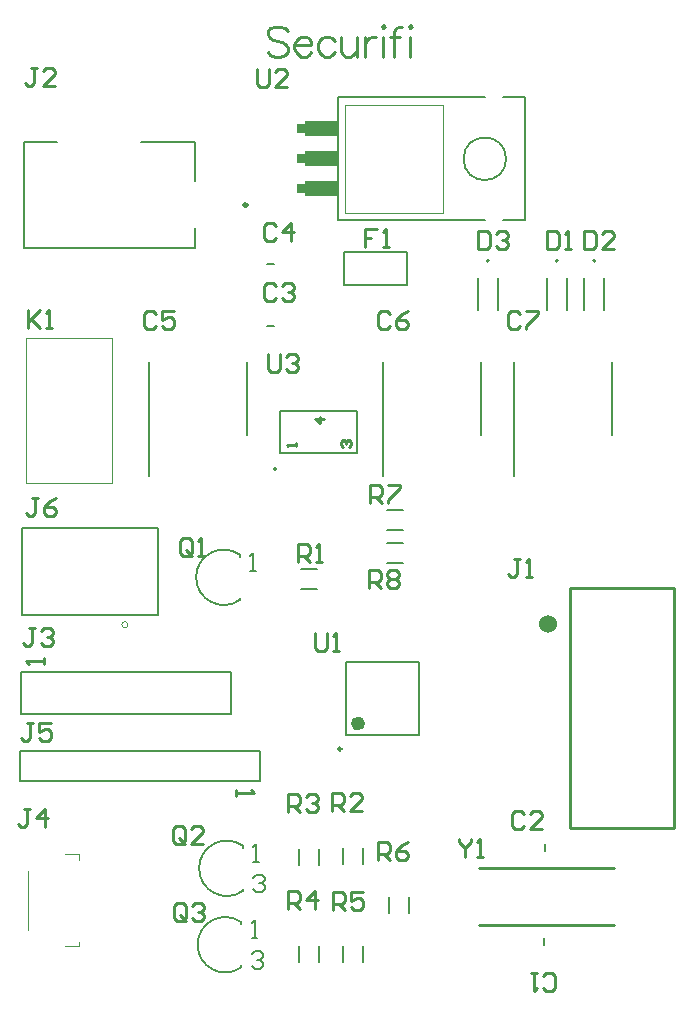
<source format=gto>
G04*
G04 #@! TF.GenerationSoftware,Altium Limited,Altium Designer,20.0.13 (296)*
G04*
G04 Layer_Color=65535*
%FSLAX25Y25*%
%MOIN*%
G70*
G01*
G75*
%ADD10C,0.00787*%
%ADD11C,0.00984*%
%ADD12C,0.02362*%
%ADD13C,0.00000*%
%ADD14C,0.01181*%
%ADD15C,0.00500*%
%ADD16C,0.06000*%
%ADD17C,0.00200*%
%ADD18C,0.00800*%
%ADD19C,0.00394*%
%ADD20C,0.01000*%
%ADD21C,0.00591*%
G36*
X107787Y302382D02*
X96759D01*
Y303382D01*
X94279D01*
Y306387D01*
X96759D01*
Y307404D01*
X107787D01*
Y302382D01*
D02*
G37*
G36*
Y292382D02*
X96765D01*
Y293382D01*
X94279D01*
Y296383D01*
X96765D01*
Y297385D01*
X107787D01*
Y292382D01*
D02*
G37*
G36*
Y282382D02*
X96769D01*
Y283382D01*
X94281D01*
Y286379D01*
X96769D01*
Y287373D01*
X107787D01*
Y282382D01*
D02*
G37*
D10*
X76102Y65941D02*
G03*
X76102Y50823I-5315J-7559D01*
G01*
X75602Y40441D02*
G03*
X75602Y25323I-5315J-7559D01*
G01*
X75102Y162941D02*
G03*
X75102Y147823I-5315J-7559D01*
G01*
X158181Y260906D02*
G03*
X158181Y260906I-394J0D01*
G01*
X181181D02*
G03*
X181181Y260906I-394J0D01*
G01*
X193681D02*
G03*
X193681Y260906I-394J0D01*
G01*
X76102Y65272D02*
Y65941D01*
Y50823D02*
Y51492D01*
X75602Y39772D02*
Y40441D01*
Y25323D02*
Y25992D01*
X75102Y162272D02*
Y162941D01*
Y147823D02*
Y148492D01*
X110583Y102677D02*
Y127087D01*
Y102677D02*
X134992D01*
X110583Y127087D02*
X134992D01*
Y102677D02*
Y127087D01*
X176437Y32701D02*
Y35063D01*
X109854Y252870D02*
X130720D01*
X109854Y263894D02*
X130720D01*
X109854Y252870D02*
Y263894D01*
X130720Y252870D02*
Y263894D01*
X84106Y259732D02*
X86469D01*
X2287Y123882D02*
X72287D01*
Y109882D02*
Y123882D01*
X2287Y109882D02*
X72287D01*
X2287D02*
Y123882D01*
X3118Y300445D02*
X14287D01*
X42122D02*
X60244D01*
Y287437D02*
Y300445D01*
Y265012D02*
Y271858D01*
X3118Y265012D02*
X60244D01*
X3118D02*
Y300445D01*
X84106Y239232D02*
X86469D01*
X44949Y189032D02*
Y227221D01*
X77626Y202713D02*
Y227221D01*
X166449Y189032D02*
Y227221D01*
X199126Y202713D02*
Y227221D01*
X122949Y189032D02*
Y227221D01*
X155626Y202713D02*
Y227221D01*
X176937Y64201D02*
Y66563D01*
X1787Y87382D02*
X81787D01*
X1787D02*
Y97382D01*
X81787D01*
Y87382D02*
Y97382D01*
D11*
X109008Y98150D02*
G03*
X109008Y98150I-492J0D01*
G01*
D12*
X115701Y106614D02*
G03*
X115701Y106614I-1181J0D01*
G01*
D13*
X37819Y139587D02*
G03*
X37819Y139587I-1000J0D01*
G01*
D14*
X77508Y279472D02*
G03*
X77508Y279472I-551J0D01*
G01*
D15*
X163887Y294882D02*
G03*
X163887Y294882I-7100J0D01*
G01*
X87287Y191382D02*
G03*
X87287Y191382I-500J0D01*
G01*
X124331Y177756D02*
X129606D01*
X124331Y171063D02*
X129606D01*
X124331Y160138D02*
X129606D01*
X124331Y166831D02*
X129606D01*
X109441Y27071D02*
Y32346D01*
X116134Y27071D02*
Y32346D01*
X95650Y151535D02*
X100925D01*
X95650Y158228D02*
X100925D01*
X2567Y142736D02*
Y171870D01*
X47843D01*
Y142736D02*
Y171870D01*
X2567Y142736D02*
X47843D01*
X162787Y315382D02*
X170287D01*
X107787D02*
X156787D01*
X162787Y274382D02*
X170287D01*
X107787D02*
X156787D01*
X170287D02*
Y315382D01*
X107787Y274382D02*
Y315382D01*
X154441Y244567D02*
Y255197D01*
X161134Y244567D02*
Y255197D01*
X177441Y244567D02*
Y255197D01*
X184134Y244567D02*
Y255197D01*
X189941Y244567D02*
Y255197D01*
X196634Y244567D02*
Y255197D01*
X101634Y27224D02*
Y32500D01*
X94941Y27224D02*
Y32500D01*
X116134Y59724D02*
Y65000D01*
X109441Y59724D02*
Y65000D01*
X101634Y59571D02*
Y64846D01*
X94941Y59571D02*
Y64846D01*
X131634Y43417D02*
Y48693D01*
X124941Y43417D02*
Y48693D01*
D16*
X177787Y139882D02*
D03*
D17*
X110287Y312882D02*
X142787D01*
Y276882D02*
Y312882D01*
X110287Y276882D02*
X142787D01*
X110287D02*
Y312882D01*
D18*
X88387Y210881D02*
X114187D01*
X88387Y196881D02*
Y210881D01*
Y196881D02*
X114187D01*
Y210881D01*
D19*
X32618Y186669D02*
Y235094D01*
X3957Y186669D02*
X32618D01*
X3957D02*
Y235094D01*
X32618D01*
X21398Y61268D02*
Y63236D01*
X16921D02*
X21398D01*
Y32528D02*
Y33709D01*
X16921Y32528D02*
X21398D01*
X4665Y37646D02*
Y57331D01*
D20*
X154846Y39433D02*
X199728D01*
X154846Y58331D02*
X199728D01*
X185031Y131882D02*
Y151961D01*
Y91882D02*
Y131882D01*
Y71646D02*
Y91724D01*
Y151961D02*
X219874D01*
X185031Y71646D02*
X219874D01*
Y151961D01*
X91065Y337470D02*
X90113Y338422D01*
X88685Y338898D01*
X86780D01*
X85352Y338422D01*
X84400Y337470D01*
Y336517D01*
X84876Y335565D01*
X85352Y335089D01*
X86304Y334613D01*
X89161Y333661D01*
X90113Y333185D01*
X90589Y332709D01*
X91065Y331756D01*
Y330328D01*
X90113Y329376D01*
X88685Y328900D01*
X86780D01*
X85352Y329376D01*
X84400Y330328D01*
X93303Y332709D02*
X99016D01*
Y333661D01*
X98540Y334613D01*
X98064Y335089D01*
X97112Y335565D01*
X95683D01*
X94731Y335089D01*
X93779Y334137D01*
X93303Y332709D01*
Y331756D01*
X93779Y330328D01*
X94731Y329376D01*
X95683Y328900D01*
X97112D01*
X98064Y329376D01*
X99016Y330328D01*
X106871Y334137D02*
X105919Y335089D01*
X104967Y335565D01*
X103539D01*
X102587Y335089D01*
X101634Y334137D01*
X101158Y332709D01*
Y331756D01*
X101634Y330328D01*
X102587Y329376D01*
X103539Y328900D01*
X104967D01*
X105919Y329376D01*
X106871Y330328D01*
X109014Y335565D02*
Y330804D01*
X109490Y329376D01*
X110442Y328900D01*
X111870D01*
X112822Y329376D01*
X114251Y330804D01*
Y335565D02*
Y328900D01*
X116869Y335565D02*
Y328900D01*
Y332709D02*
X117345Y334137D01*
X118298Y335089D01*
X119250Y335565D01*
X120678D01*
X122535Y338898D02*
X123011Y338422D01*
X123487Y338898D01*
X123011Y339374D01*
X122535Y338898D01*
X123011Y335565D02*
Y328900D01*
X129057Y338898D02*
X128105D01*
X127153Y338422D01*
X126677Y336994D01*
Y328900D01*
X125248Y335565D02*
X128581D01*
X131438Y338898D02*
X131914Y338422D01*
X132390Y338898D01*
X131914Y339374D01*
X131438Y338898D01*
X131914Y335565D02*
Y328900D01*
X109431Y198900D02*
X108897Y199434D01*
Y200502D01*
X109431Y201036D01*
X109964D01*
X110498Y200502D01*
Y199968D01*
Y200502D01*
X111032Y201036D01*
X111566D01*
X112100Y200502D01*
Y199434D01*
X111566Y198900D01*
X9787Y126382D02*
Y128381D01*
Y127382D01*
X3789D01*
X4789Y126382D01*
X93900Y199000D02*
Y200067D01*
Y199533D01*
X90699D01*
X91233Y199000D01*
X103300Y208300D02*
X100099D01*
X101699Y206700D01*
Y208834D01*
X73787Y84382D02*
Y82383D01*
Y83382D01*
X79786D01*
X78786Y84382D01*
X118328Y151824D02*
Y157822D01*
X121327D01*
X122327Y156822D01*
Y154823D01*
X121327Y153823D01*
X118328D01*
X120328D02*
X122327Y151824D01*
X124326Y156822D02*
X125326Y157822D01*
X127325D01*
X128325Y156822D01*
Y155823D01*
X127325Y154823D01*
X128325Y153823D01*
Y152823D01*
X127325Y151824D01*
X125326D01*
X124326Y152823D01*
Y153823D01*
X125326Y154823D01*
X124326Y155823D01*
Y156822D01*
X125326Y154823D02*
X127325D01*
X118624Y180170D02*
Y186168D01*
X121623D01*
X122622Y185169D01*
Y183169D01*
X121623Y182170D01*
X118624D01*
X120623D02*
X122622Y180170D01*
X124622Y186168D02*
X128620D01*
Y185169D01*
X124622Y181170D01*
Y180170D01*
X148087Y67980D02*
Y66980D01*
X150087Y64981D01*
X152086Y66980D01*
Y67980D01*
X150087Y64981D02*
Y61982D01*
X154086D02*
X156085D01*
X155085D01*
Y67980D01*
X154086Y66980D01*
X84487Y229880D02*
Y224882D01*
X85487Y223882D01*
X87486D01*
X88486Y224882D01*
Y229880D01*
X90486Y228880D02*
X91485Y229880D01*
X93484D01*
X94484Y228880D01*
Y227881D01*
X93484Y226881D01*
X92485D01*
X93484D01*
X94484Y225881D01*
Y224882D01*
X93484Y223882D01*
X91485D01*
X90486Y224882D01*
X80787Y324880D02*
Y319882D01*
X81787Y318882D01*
X83786D01*
X84786Y319882D01*
Y324880D01*
X90784Y318882D02*
X86786D01*
X90784Y322881D01*
Y323880D01*
X89784Y324880D01*
X87785D01*
X86786Y323880D01*
X100332Y136857D02*
Y131859D01*
X101332Y130859D01*
X103331D01*
X104331Y131859D01*
Y136857D01*
X106330Y130859D02*
X108329D01*
X107330D01*
Y136857D01*
X106330Y135858D01*
X121287Y61082D02*
Y67080D01*
X124286D01*
X125286Y66080D01*
Y64081D01*
X124286Y63081D01*
X121287D01*
X123287D02*
X125286Y61082D01*
X131284Y67080D02*
X129285Y66080D01*
X127286Y64081D01*
Y62082D01*
X128285Y61082D01*
X130285D01*
X131284Y62082D01*
Y63081D01*
X130285Y64081D01*
X127286D01*
X106289Y44536D02*
Y50534D01*
X109288D01*
X110288Y49535D01*
Y47535D01*
X109288Y46536D01*
X106289D01*
X108288D02*
X110288Y44536D01*
X116286Y50534D02*
X112287D01*
Y47535D01*
X114286Y48535D01*
X115286D01*
X116286Y47535D01*
Y45536D01*
X115286Y44536D01*
X113287D01*
X112287Y45536D01*
X91287Y44835D02*
Y50833D01*
X94286D01*
X95286Y49834D01*
Y47835D01*
X94286Y46835D01*
X91287D01*
X93287D02*
X95286Y44835D01*
X100285D02*
Y50833D01*
X97285Y47835D01*
X101284D01*
X91287Y77235D02*
Y83233D01*
X94286D01*
X95286Y82234D01*
Y80234D01*
X94286Y79235D01*
X91287D01*
X93287D02*
X95286Y77235D01*
X97285Y82234D02*
X98285Y83233D01*
X100285D01*
X101284Y82234D01*
Y81234D01*
X100285Y80234D01*
X99285D01*
X100285D01*
X101284Y79235D01*
Y78235D01*
X100285Y77235D01*
X98285D01*
X97285Y78235D01*
X105787Y77389D02*
Y83387D01*
X108786D01*
X109786Y82387D01*
Y80388D01*
X108786Y79388D01*
X105787D01*
X107787D02*
X109786Y77389D01*
X115784D02*
X111785D01*
X115784Y81388D01*
Y82387D01*
X114785Y83387D01*
X112785D01*
X111785Y82387D01*
X94427Y160387D02*
Y166385D01*
X97426D01*
X98425Y165385D01*
Y163386D01*
X97426Y162386D01*
X94427D01*
X96426D02*
X98425Y160387D01*
X100425D02*
X102424D01*
X101424D01*
Y166385D01*
X100425Y165385D01*
X57300Y41801D02*
Y45799D01*
X56301Y46799D01*
X54301D01*
X53302Y45799D01*
Y41801D01*
X54301Y40801D01*
X56301D01*
X55301Y42800D02*
X57300Y40801D01*
X56301D02*
X57300Y41801D01*
X59300Y45799D02*
X60299Y46799D01*
X62299D01*
X63298Y45799D01*
Y44800D01*
X62299Y43800D01*
X61299D01*
X62299D01*
X63298Y42800D01*
Y41801D01*
X62299Y40801D01*
X60299D01*
X59300Y41801D01*
X56700Y67501D02*
Y71499D01*
X55701Y72499D01*
X53701D01*
X52702Y71499D01*
Y67501D01*
X53701Y66501D01*
X55701D01*
X54701Y68500D02*
X56700Y66501D01*
X55701D02*
X56700Y67501D01*
X62698Y66501D02*
X58700D01*
X62698Y70500D01*
Y71499D01*
X61699Y72499D01*
X59699D01*
X58700Y71499D01*
X59055Y163355D02*
Y167354D01*
X58055Y168353D01*
X56056D01*
X55056Y167354D01*
Y163355D01*
X56056Y162355D01*
X58055D01*
X57056Y164355D02*
X59055Y162355D01*
X58055D02*
X59055Y163355D01*
X61054Y162355D02*
X63054D01*
X62054D01*
Y168353D01*
X61054Y167354D01*
X4487Y244580D02*
Y238582D01*
Y240581D01*
X8486Y244580D01*
X5487Y241581D01*
X8486Y238582D01*
X10486D02*
X12485D01*
X11485D01*
Y244580D01*
X10486Y243580D01*
X7788Y181881D02*
X5788D01*
X6788D01*
Y176883D01*
X5788Y175883D01*
X4789D01*
X3789Y176883D01*
X13786Y181881D02*
X11786Y180881D01*
X9787Y178882D01*
Y176883D01*
X10787Y175883D01*
X12786D01*
X13786Y176883D01*
Y177882D01*
X12786Y178882D01*
X9787D01*
X6286Y106880D02*
X4287D01*
X5286D01*
Y101882D01*
X4287Y100882D01*
X3287D01*
X2287Y101882D01*
X12284Y106880D02*
X8286D01*
Y103881D01*
X10285Y104881D01*
X11285D01*
X12284Y103881D01*
Y101882D01*
X11285Y100882D01*
X9285D01*
X8286Y101882D01*
X5186Y78280D02*
X3187D01*
X4186D01*
Y73282D01*
X3187Y72282D01*
X2187D01*
X1187Y73282D01*
X10185Y72282D02*
Y78280D01*
X7186Y75281D01*
X11184D01*
X6786Y138380D02*
X4787D01*
X5786D01*
Y133382D01*
X4787Y132382D01*
X3787D01*
X2787Y133382D01*
X8785Y137380D02*
X9785Y138380D01*
X11784D01*
X12784Y137380D01*
Y136381D01*
X11784Y135381D01*
X10785D01*
X11784D01*
X12784Y134381D01*
Y133382D01*
X11784Y132382D01*
X9785D01*
X8785Y133382D01*
X7586Y325180D02*
X5587D01*
X6586D01*
Y320182D01*
X5587Y319182D01*
X4587D01*
X3587Y320182D01*
X13584Y319182D02*
X9585D01*
X13584Y323181D01*
Y324180D01*
X12585Y325180D01*
X10585D01*
X9585Y324180D01*
X168486Y161580D02*
X166487D01*
X167486D01*
Y156582D01*
X166487Y155582D01*
X165487D01*
X164487Y156582D01*
X170485Y155582D02*
X172485D01*
X171485D01*
Y161580D01*
X170485Y160580D01*
X120787Y271381D02*
X116789D01*
Y268382D01*
X118788D01*
X116789D01*
Y265383D01*
X122787D02*
X124786D01*
X123786D01*
Y271381D01*
X122787Y270381D01*
X154387Y270680D02*
Y264682D01*
X157386D01*
X158386Y265682D01*
Y269680D01*
X157386Y270680D01*
X154387D01*
X160386Y269680D02*
X161385Y270680D01*
X163384D01*
X164384Y269680D01*
Y268681D01*
X163384Y267681D01*
X162385D01*
X163384D01*
X164384Y266681D01*
Y265682D01*
X163384Y264682D01*
X161385D01*
X160386Y265682D01*
X189887Y270680D02*
Y264682D01*
X192886D01*
X193886Y265682D01*
Y269680D01*
X192886Y270680D01*
X189887D01*
X199884Y264682D02*
X195886D01*
X199884Y268681D01*
Y269680D01*
X198884Y270680D01*
X196885D01*
X195886Y269680D01*
X177387Y270680D02*
Y264682D01*
X180386D01*
X181386Y265682D01*
Y269680D01*
X180386Y270680D01*
X177387D01*
X183386Y264682D02*
X185385D01*
X184385D01*
Y270680D01*
X183386Y269680D01*
X168536Y243230D02*
X167536Y244230D01*
X165537D01*
X164537Y243230D01*
Y239232D01*
X165537Y238232D01*
X167536D01*
X168536Y239232D01*
X170536Y244230D02*
X174534D01*
Y243230D01*
X170536Y239232D01*
Y238232D01*
X125036Y243230D02*
X124036Y244230D01*
X122037D01*
X121037Y243230D01*
Y239232D01*
X122037Y238232D01*
X124036D01*
X125036Y239232D01*
X131034Y244230D02*
X129035Y243230D01*
X127035Y241231D01*
Y239232D01*
X128035Y238232D01*
X130034D01*
X131034Y239232D01*
Y240231D01*
X130034Y241231D01*
X127035D01*
X47086Y243180D02*
X46086Y244180D01*
X44087D01*
X43087Y243180D01*
Y239182D01*
X44087Y238182D01*
X46086D01*
X47086Y239182D01*
X53084Y244180D02*
X49086D01*
Y241181D01*
X51085Y242181D01*
X52084D01*
X53084Y241181D01*
Y239182D01*
X52084Y238182D01*
X50085D01*
X49086Y239182D01*
X87288Y272381D02*
X86288Y273381D01*
X84289D01*
X83289Y272381D01*
Y268383D01*
X84289Y267383D01*
X86288D01*
X87288Y268383D01*
X92286Y267383D02*
Y273381D01*
X89287Y270382D01*
X93286D01*
X87286Y252580D02*
X86286Y253580D01*
X84287D01*
X83287Y252580D01*
Y248582D01*
X84287Y247582D01*
X86286D01*
X87286Y248582D01*
X89285Y252580D02*
X90285Y253580D01*
X92285D01*
X93284Y252580D01*
Y251581D01*
X92285Y250581D01*
X91285D01*
X92285D01*
X93284Y249581D01*
Y248582D01*
X92285Y247582D01*
X90285D01*
X89285Y248582D01*
X169986Y76380D02*
X168986Y77380D01*
X166987D01*
X165987Y76380D01*
Y72382D01*
X166987Y71382D01*
X168986D01*
X169986Y72382D01*
X175984Y71382D02*
X171985D01*
X175984Y75381D01*
Y76380D01*
X174985Y77380D01*
X172985D01*
X171985Y76380D01*
X176287Y18383D02*
X177287Y17383D01*
X179286D01*
X180286Y18383D01*
Y22381D01*
X179286Y23381D01*
X177287D01*
X176287Y22381D01*
X174288Y23381D02*
X172289D01*
X173288D01*
Y17383D01*
X174288Y18383D01*
D21*
X79543Y55290D02*
X80527Y56274D01*
X82495D01*
X83479Y55290D01*
Y54306D01*
X82495Y53322D01*
X81511D01*
X82495D01*
X83479Y52338D01*
Y51354D01*
X82495Y50370D01*
X80527D01*
X79543Y51354D01*
Y60587D02*
X81511D01*
X80527D01*
Y66490D01*
X79543Y65506D01*
X79043Y29790D02*
X80027Y30774D01*
X81995D01*
X82979Y29790D01*
Y28806D01*
X81995Y27822D01*
X81011D01*
X81995D01*
X82979Y26838D01*
Y25854D01*
X81995Y24870D01*
X80027D01*
X79043Y25854D01*
Y35087D02*
X81011D01*
X80027D01*
Y40990D01*
X79043Y40006D01*
X78543Y157587D02*
X80511D01*
X79527D01*
Y163490D01*
X78543Y162506D01*
M02*

</source>
